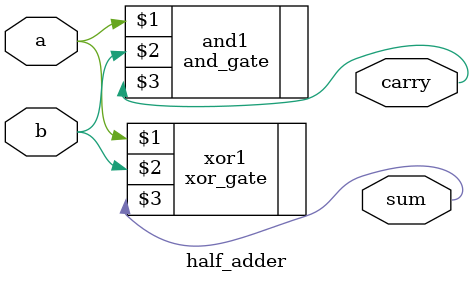
<source format=v>
module half_adder(a, b, sum, carry);
    input a, b;
    output sum, carry;
    
    // Use gates from Project 1
    xor_gate xor1(a, b, sum);
    and_gate and1(a, b, carry);
endmodule
</source>
